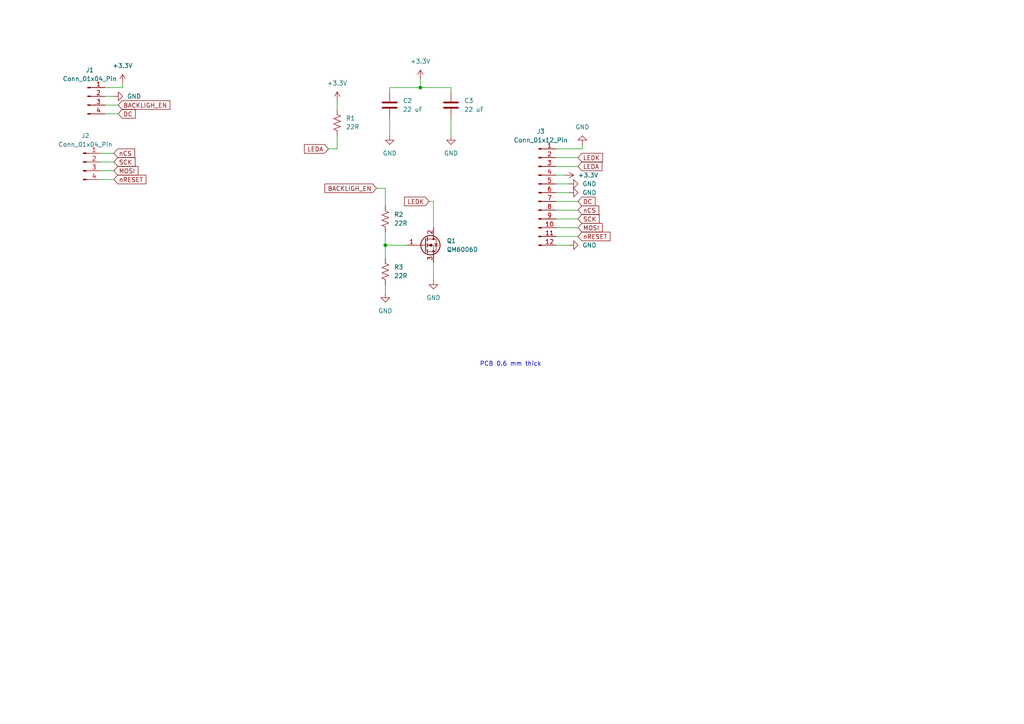
<source format=kicad_sch>
(kicad_sch (version 20250114) (generator "eeschema") (generator_version "9.0")
  (paper "A4")
  (lib_symbols
    (symbol "Connector:Conn_01x04_Pin" (pin_names (offset 1.016) (hide yes))
      (property "Reference" "J" (at 0 5.08 0))
      (property "Value" "Conn_01x04_Pin" (at 0 -7.62 0))
      (symbol "Conn_01x04_Pin_1_1"
        (rectangle (start 0.8636 2.667) (end 0 2.413) (stroke (width 0.1524)) (fill (type outline)))
        (rectangle (start 0.8636 0.127) (end 0 -0.127) (stroke (width 0.1524)) (fill (type outline)))
        (rectangle (start 0.8636 -2.413) (end 0 -2.667) (stroke (width 0.1524)) (fill (type outline)))
        (rectangle (start 0.8636 -4.953) (end 0 -5.207) (stroke (width 0.1524)) (fill (type outline)))
        (polyline (pts (xy 1.27 2.54) (xy 0.8636 2.54)) (stroke (width 0.1524)))
        (polyline (pts (xy 1.27 0) (xy 0.8636 0)) (stroke (width 0.1524)))
        (polyline (pts (xy 1.27 -2.54) (xy 0.8636 -2.54)) (stroke (width 0.1524)))
        (polyline (pts (xy 1.27 -5.08) (xy 0.8636 -5.08)) (stroke (width 0.1524)))
        (pin passive line (at 5.08 2.54 180) (length 3.81) (name "Pin_1") (number "1"))
        (pin passive line (at 5.08 0 180) (length 3.81) (name "Pin_2") (number "2"))
        (pin passive line (at 5.08 -2.54 180) (length 3.81) (name "Pin_3") (number "3"))
        (pin passive line (at 5.08 -5.08 180) (length 3.81) (name "Pin_4") (number "4"))
      )
    )
    (symbol "Connector:Conn_01x12_Pin" (pin_names (offset 1.016) (hide yes))
      (property "Reference" "J" (at 0 15.24 0))
      (property "Value" "Conn_01x12_Pin" (at 0 -17.78 0))
      (symbol "Conn_01x12_Pin_1_1"
        (rectangle (start 0.8636 12.827) (end 0 12.573) (stroke (width 0.1524)) (fill (type outline)))
        (rectangle (start 0.8636 10.287) (end 0 10.033) (stroke (width 0.1524)) (fill (type outline)))
        (rectangle (start 0.8636 7.747) (end 0 7.493) (stroke (width 0.1524)) (fill (type outline)))
        (rectangle (start 0.8636 5.207) (end 0 4.953) (stroke (width 0.1524)) (fill (type outline)))
        (rectangle (start 0.8636 2.667) (end 0 2.413) (stroke (width 0.1524)) (fill (type outline)))
        (rectangle (start 0.8636 0.127) (end 0 -0.127) (stroke (width 0.1524)) (fill (type outline)))
        (rectangle (start 0.8636 -2.413) (end 0 -2.667) (stroke (width 0.1524)) (fill (type outline)))
        (rectangle (start 0.8636 -4.953) (end 0 -5.207) (stroke (width 0.1524)) (fill (type outline)))
        (rectangle (start 0.8636 -7.493) (end 0 -7.747) (stroke (width 0.1524)) (fill (type outline)))
        (rectangle (start 0.8636 -10.033) (end 0 -10.287) (stroke (width 0.1524)) (fill (type outline)))
        (rectangle (start 0.8636 -12.573) (end 0 -12.827) (stroke (width 0.1524)) (fill (type outline)))
        (rectangle (start 0.8636 -15.113) (end 0 -15.367) (stroke (width 0.1524)) (fill (type outline)))
        (polyline (pts (xy 1.27 12.7) (xy 0.8636 12.7)) (stroke (width 0.1524)))
        (polyline (pts (xy 1.27 10.16) (xy 0.8636 10.16)) (stroke (width 0.1524)))
        (polyline (pts (xy 1.27 7.62) (xy 0.8636 7.62)) (stroke (width 0.1524)))
        (polyline (pts (xy 1.27 5.08) (xy 0.8636 5.08)) (stroke (width 0.1524)))
        (polyline (pts (xy 1.27 2.54) (xy 0.8636 2.54)) (stroke (width 0.1524)))
        (polyline (pts (xy 1.27 0) (xy 0.8636 0)) (stroke (width 0.1524)))
        (polyline (pts (xy 1.27 -2.54) (xy 0.8636 -2.54)) (stroke (width 0.1524)))
        (polyline (pts (xy 1.27 -5.08) (xy 0.8636 -5.08)) (stroke (width 0.1524)))
        (polyline (pts (xy 1.27 -7.62) (xy 0.8636 -7.62)) (stroke (width 0.1524)))
        (polyline (pts (xy 1.27 -10.16) (xy 0.8636 -10.16)) (stroke (width 0.1524)))
        (polyline (pts (xy 1.27 -12.7) (xy 0.8636 -12.7)) (stroke (width 0.1524)))
        (polyline (pts (xy 1.27 -15.24) (xy 0.8636 -15.24)) (stroke (width 0.1524)))
        (pin passive line (at 5.08 12.7 180) (length 3.81) (name "Pin_1") (number "1"))
        (pin passive line (at 5.08 10.16 180) (length 3.81) (name "Pin_2") (number "2"))
        (pin passive line (at 5.08 7.62 180) (length 3.81) (name "Pin_3") (number "3"))
        (pin passive line (at 5.08 5.08 180) (length 3.81) (name "Pin_4") (number "4"))
        (pin passive line (at 5.08 2.54 180) (length 3.81) (name "Pin_5") (number "5"))
        (pin passive line (at 5.08 0 180) (length 3.81) (name "Pin_6") (number "6"))
        (pin passive line (at 5.08 -2.54 180) (length 3.81) (name "Pin_7") (number "7"))
        (pin passive line (at 5.08 -5.08 180) (length 3.81) (name "Pin_8") (number "8"))
        (pin passive line (at 5.08 -7.62 180) (length 3.81) (name "Pin_9") (number "9"))
        (pin passive line (at 5.08 -10.16 180) (length 3.81) (name "Pin_10") (number "10"))
        (pin passive line (at 5.08 -12.7 180) (length 3.81) (name "Pin_11") (number "11"))
        (pin passive line (at 5.08 -15.24 180) (length 3.81) (name "Pin_12") (number "12"))
      )
    )
    (symbol "Device:C" (pin_numbers (hide yes)) (pin_names (offset 0.254))
      (property "Reference" "C" (at 0.635 2.54 0))
      (property "Value" "C" (at 0.635 -2.54 0))
      (symbol "C_0_1"
        (polyline (pts (xy -2.032 0.762) (xy 2.032 0.762)) (stroke (width 0.508)))
        (polyline (pts (xy -2.032 -0.762) (xy 2.032 -0.762)) (stroke (width 0.508)))
      )
      (symbol "C_1_1"
        (pin passive line (at 0 3.81 270) (length 2.794) (name "~") (number "1"))
        (pin passive line (at 0 -3.81 90) (length 2.794) (name "~") (number "2"))
      )
    )
    (symbol "Device:R_US" (pin_numbers (hide yes)) (pin_names (offset 0))
      (property "Reference" "R" (at 2.54 0 90))
      (property "Value" "R_US" (at -2.54 0 90))
      (symbol "R_US_0_1"
        (polyline (pts (xy 0 2.286) (xy 0 2.54)))
        (polyline (pts (xy 0 2.286) (xy 1.016 1.905) (xy 0 1.524) (xy -1.016 1.143) (xy 0 0.762)))
        (polyline (pts (xy 0 0.762) (xy 1.016 0.381) (xy 0 0) (xy -1.016 -0.381) (xy 0 -0.762)))
        (polyline (pts (xy 0 -0.762) (xy 1.016 -1.143) (xy 0 -1.524) (xy -1.016 -1.905) (xy 0 -2.286)))
        (polyline (pts (xy 0 -2.286) (xy 0 -2.54)))
      )
      (symbol "R_US_1_1"
        (pin passive line (at 0 3.81 270) (length 1.27) (name "~") (number "1"))
        (pin passive line (at 0 -3.81 90) (length 1.27) (name "~") (number "2"))
      )
    )
    (symbol "Transistor_FET:QM6006D" (pin_names (hide yes))
      (property "Reference" "Q" (at 5.08 1.905 0))
      (property "Value" "QM6006D" (at 5.08 0 0))
      (symbol "QM6006D_0_1"
        (polyline (pts (xy 0.254 1.905) (xy 0.254 -1.905)) (stroke (width 0.254)))
        (polyline (pts (xy 0.254 0) (xy -2.54 0)))
        (polyline (pts (xy 0.762 2.286) (xy 0.762 1.27)) (stroke (width 0.254)))
        (polyline (pts (xy 0.762 0.508) (xy 0.762 -0.508)) (stroke (width 0.254)))
        (polyline (pts (xy 0.762 -1.27) (xy 0.762 -2.286)) (stroke (width 0.254)))
        (polyline (pts (xy 0.762 -1.778) (xy 3.302 -1.778) (xy 3.302 1.778) (xy 0.762 1.778)))
        (polyline (pts (xy 1.016 0) (xy 2.032 0.381) (xy 2.032 -0.381) (xy 1.016 0)) (fill (type outline)))
        (circle (center 1.651 0) (radius 2.794) (stroke (width 0.254)))
        (polyline (pts (xy 2.54 2.54) (xy 2.54 1.778)))
        (circle (center 2.54 1.778) (radius 0.254) (fill (type outline)))
        (circle (center 2.54 -1.778) (radius 0.254) (fill (type outline)))
        (polyline (pts (xy 2.54 -2.54) (xy 2.54 0) (xy 0.762 0)))
        (polyline (pts (xy 2.794 0.508) (xy 2.921 0.381) (xy 3.683 0.381) (xy 3.81 0.254)))
        (polyline (pts (xy 3.302 0.381) (xy 2.921 -0.254) (xy 3.683 -0.254) (xy 3.302 0.381)))
      )
      (symbol "QM6006D_1_1"
        (pin input line (at -5.08 0 0) (length 2.54) (name "G") (number "1"))
        (pin passive line (at 2.54 5.08 270) (length 2.54) (name "D") (number "2"))
        (pin passive line (at 2.54 -5.08 90) (length 2.54) (name "S") (number "3"))
      )
    )
    (symbol "power:+3.3V" (power) (pin_numbers (hide yes)) (pin_names (offset 0) (hide yes))
      (property "Value" "+3.3V" (at 0 3.556 0))
      (symbol "+3.3V_0_1"
        (polyline (pts (xy -0.762 1.27) (xy 0 2.54)))
        (polyline (pts (xy 0 2.54) (xy 0.762 1.27)))
        (polyline (pts (xy 0 0) (xy 0 2.54)))
      )
      (symbol "+3.3V_1_1"
        (pin power_in line (at 0 0 90) (length 0) (name "~") (number "1"))
      )
    )
    (symbol "power:GND" (power) (pin_numbers (hide yes)) (pin_names (offset 0) (hide yes))
      (property "Value" "GND" (at 0 -3.81 0))
      (symbol "GND_0_1"
        (polyline (pts (xy 0 0) (xy 0 -1.27) (xy 1.27 -1.27) (xy 0 -2.54) (xy -1.27 -1.27) (xy 0 -1.27)))
      )
      (symbol "GND_1_1"
        (pin power_in line (at 0 0 270) (length 0) (name "~") (number "1"))
      )
    )
  )
  (text "PCB 0.6 mm thick\n" (at 148.082 105.664 0) (effects (font (size 1.27 1.27))))
  (junction (at 111.76 71.12))
  (junction (at 121.92 25.4))
  (wire (pts (xy 161.29 53.34) (xy 165.1 53.34)))
  (wire (pts (xy 121.92 22.86) (xy 121.92 25.4)))
  (wire (pts (xy 35.56 25.4) (xy 35.56 24.13)))
  (wire (pts (xy 29.21 44.45) (xy 33.02 44.45)))
  (wire (pts (xy 113.03 26.67) (xy 113.03 25.4)))
  (wire (pts (xy 111.76 67.31) (xy 111.76 71.12)))
  (wire (pts (xy 30.48 27.94) (xy 33.02 27.94)))
  (wire (pts (xy 161.29 71.12) (xy 165.1 71.12)))
  (wire (pts (xy 29.21 52.07) (xy 33.02 52.07)))
  (wire (pts (xy 111.76 71.12) (xy 111.76 74.93)))
  (wire (pts (xy 168.91 43.18) (xy 168.91 41.91)))
  (wire (pts (xy 95.25 43.18) (xy 97.79 43.18)))
  (wire (pts (xy 161.29 48.26) (xy 167.64 48.26)))
  (wire (pts (xy 161.29 68.58) (xy 167.64 68.58)))
  (wire (pts (xy 161.29 63.5) (xy 167.64 63.5)))
  (wire (pts (xy 125.73 66.04) (xy 125.73 58.42)))
  (wire (pts (xy 111.76 82.55) (xy 111.76 85.09)))
  (wire (pts (xy 109.22 54.61) (xy 111.76 54.61)))
  (wire (pts (xy 121.92 25.4) (xy 130.81 25.4)))
  (wire (pts (xy 161.29 60.96) (xy 167.64 60.96)))
  (wire (pts (xy 30.48 25.4) (xy 35.56 25.4)))
  (wire (pts (xy 30.48 30.48) (xy 34.29 30.48)))
  (wire (pts (xy 130.81 34.29) (xy 130.81 39.37)))
  (wire (pts (xy 130.81 25.4) (xy 130.81 26.67)))
  (wire (pts (xy 161.29 50.8) (xy 163.83 50.8)))
  (wire (pts (xy 161.29 45.72) (xy 167.64 45.72)))
  (wire (pts (xy 125.73 76.2) (xy 125.73 81.28)))
  (wire (pts (xy 97.79 43.18) (xy 97.79 39.37)))
  (wire (pts (xy 29.21 46.99) (xy 33.02 46.99)))
  (wire (pts (xy 111.76 71.12) (xy 118.11 71.12)))
  (wire (pts (xy 97.79 29.21) (xy 97.79 31.75)))
  (wire (pts (xy 161.29 66.04) (xy 167.64 66.04)))
  (wire (pts (xy 111.76 54.61) (xy 111.76 59.69)))
  (wire (pts (xy 125.73 58.42) (xy 124.46 58.42)))
  (wire (pts (xy 113.03 25.4) (xy 121.92 25.4)))
  (wire (pts (xy 161.29 43.18) (xy 168.91 43.18)))
  (wire (pts (xy 161.29 55.88) (xy 165.1 55.88)))
  (wire (pts (xy 113.03 34.29) (xy 113.03 39.37)))
  (wire (pts (xy 161.29 58.42) (xy 167.64 58.42)))
  (wire (pts (xy 29.21 49.53) (xy 33.02 49.53)))
  (wire (pts (xy 30.48 33.02) (xy 34.29 33.02)))
  (global_label "LEDK" (shape input) (at 124.46 58.42 180) (property "Intersheetrefs" "${INTERSHEET_REFS}" (effects (hide yes))))
  (global_label "SCK" (shape input) (at 167.64 63.5 0) (property "Intersheetrefs" "${INTERSHEET_REFS}" (effects (hide yes))))
  (global_label "nCS" (shape input) (at 167.64 60.96 0) (property "Intersheetrefs" "${INTERSHEET_REFS}" (effects (hide yes))))
  (global_label "nCS" (shape input) (at 33.02 44.45 0) (property "Intersheetrefs" "${INTERSHEET_REFS}" (effects (hide yes))))
  (global_label "BACKLIGH_EN" (shape input) (at 109.22 54.61 180) (property "Intersheetrefs" "${INTERSHEET_REFS}" (effects (hide yes))))
  (global_label "LEDK" (shape input) (at 167.64 45.72 0) (property "Intersheetrefs" "${INTERSHEET_REFS}" (effects (hide yes))))
  (global_label "BACKLIGH_EN" (shape input) (at 34.29 30.48 0) (property "Intersheetrefs" "${INTERSHEET_REFS}" (effects (hide yes))))
  (global_label "SCK" (shape input) (at 33.02 46.99 0) (property "Intersheetrefs" "${INTERSHEET_REFS}" (effects (hide yes))))
  (global_label "nRESET" (shape input) (at 33.02 52.07 0) (property "Intersheetrefs" "${INTERSHEET_REFS}" (effects (hide yes))))
  (global_label "MOSI" (shape input) (at 33.02 49.53 0) (property "Intersheetrefs" "${INTERSHEET_REFS}" (effects (hide yes))))
  (global_label "DC" (shape input) (at 167.64 58.42 0) (property "Intersheetrefs" "${INTERSHEET_REFS}" (effects (hide yes))))
  (global_label "MOSI" (shape input) (at 167.64 66.04 0) (property "Intersheetrefs" "${INTERSHEET_REFS}" (effects (hide yes))))
  (global_label "LEDA" (shape input) (at 167.64 48.26 0) (property "Intersheetrefs" "${INTERSHEET_REFS}" (effects (hide yes))))
  (global_label "nRESET" (shape input) (at 167.64 68.58 0) (property "Intersheetrefs" "${INTERSHEET_REFS}" (effects (hide yes))))
  (global_label "LEDA" (shape input) (at 95.25 43.18 180) (property "Intersheetrefs" "${INTERSHEET_REFS}" (effects (hide yes))))
  (global_label "DC" (shape input) (at 34.29 33.02 0) (property "Intersheetrefs" "${INTERSHEET_REFS}" (effects (hide yes))))
  (symbol (lib_id "power:GND") (at 168.91 41.91 180) (unit 1)
    (property "Reference" "#PWR07" (effects (hide yes)))
    (property "Value" "GND" (at 168.91 36.83 0))
    (property "Description" "Power symbol creates a global label with name \"GND\" , ground" (effects (hide yes)))
  )
  (symbol (lib_id "Device:R_US") (at 111.76 78.74 0) (unit 1)
    (property "Reference" "R3" (at 114.3 77.4699 0) (effects (justify left)))
    (property "Value" "22R" (at 114.3 80.0099 0) (effects (justify left)))
    (property "Footprint" "Resistor_SMD:R_0201_0603Metric_Pad0.64x0.40mm_HandSolder" (effects (hide yes)))
    (property "Description" "Resistor, US symbol" (effects (hide yes)))
  )
  (symbol (lib_id "power:+3.3V") (at 97.79 29.21 0) (unit 1)
    (property "Reference" "#PWR05" (effects (hide yes)))
    (property "Value" "+3.3V" (at 97.79 24.13 0))
    (property "Description" "Power symbol creates a global label with name \"+3.3V\"" (effects (hide yes)))
  )
  (symbol (lib_id "power:GND") (at 165.1 55.88 90) (unit 1)
    (property "Reference" "#PWR09" (effects (hide yes)))
    (property "Value" "GND" (at 168.91 55.8799 90) (effects (justify right)))
    (property "Description" "Power symbol creates a global label with name \"GND\" , ground" (effects (hide yes)))
  )
  (symbol (lib_id "power:GND") (at 111.76 85.09 0) (unit 1)
    (property "Reference" "#PWR06" (effects (hide yes)))
    (property "Value" "GND" (at 111.76 90.17 0))
    (property "Description" "Power symbol creates a global label with name \"GND\" , ground" (effects (hide yes)))
  )
  (symbol (lib_id "Connector:Conn_01x04_Pin") (at 25.4 27.94 0) (unit 1)
    (property "Reference" "J1" (at 26.035 20.32 0))
    (property "Value" "Conn_01x04_Pin" (at 26.035 22.86 0))
    (property "Footprint" "Connector_PinHeader_1.27mm:PinHeader_1x04_P1.27mm_Vertical" (effects (hide yes)))
    (property "Description" "Generic connector, single row, 01x04, script generated" (effects (hide yes)))
  )
  (symbol (lib_id "power:GND") (at 165.1 53.34 90) (unit 1)
    (property "Reference" "#PWR08" (effects (hide yes)))
    (property "Value" "GND" (at 168.91 53.3399 90) (effects (justify right)))
    (property "Description" "Power symbol creates a global label with name \"GND\" , ground" (effects (hide yes)))
  )
  (symbol (lib_id "power:+3.3V") (at 163.83 50.8 270) (unit 1)
    (property "Reference" "#PWR011" (effects (hide yes)))
    (property "Value" "+3.3V" (at 167.64 50.7999 90) (effects (justify left)))
    (property "Description" "Power symbol creates a global label with name \"+3.3V\"" (effects (hide yes)))
  )
  (symbol (lib_id "power:GND") (at 130.81 39.37 0) (unit 1)
    (property "Reference" "#PWR04" (effects (hide yes)))
    (property "Value" "GND" (at 130.81 44.45 0))
    (property "Description" "Power symbol creates a global label with name \"GND\" , ground" (effects (hide yes)))
  )
  (symbol (lib_id "Device:R_US") (at 97.79 35.56 0) (unit 1)
    (property "Reference" "R1" (at 100.33 34.2899 0) (effects (justify left)))
    (property "Value" "22R" (at 100.33 36.8299 0) (effects (justify left)))
    (property "Footprint" "Resistor_SMD:R_0201_0603Metric_Pad0.64x0.40mm_HandSolder" (effects (hide yes)))
    (property "Description" "Resistor, US symbol" (effects (hide yes)))
  )
  (symbol (lib_id "Connector:Conn_01x12_Pin") (at 156.21 55.88 0) (unit 1)
    (property "Reference" "J3" (at 156.845 38.1 0))
    (property "Value" "Conn_01x12_Pin" (at 156.845 40.64 0))
    (property "Footprint" "LCD_GC9A01:GC9A01Round1.28" (effects (hide yes)))
    (property "Description" "Generic connector, single row, 01x12, script generated" (effects (hide yes)))
  )
  (symbol (lib_id "power:GND") (at 165.1 71.12 90) (unit 1)
    (property "Reference" "#PWR010" (effects (hide yes)))
    (property "Value" "GND" (at 168.91 71.1199 90) (effects (justify right)))
    (property "Description" "Power symbol creates a global label with name \"GND\" , ground" (effects (hide yes)))
  )
  (symbol (lib_id "Connector:Conn_01x04_Pin") (at 24.13 46.99 0) (unit 1)
    (property "Reference" "J2" (at 24.765 39.37 0))
    (property "Value" "Conn_01x04_Pin" (at 24.765 41.91 0))
    (property "Footprint" "Connector_PinHeader_1.27mm:PinHeader_1x04_P1.27mm_Vertical" (effects (hide yes)))
    (property "Description" "Generic connector, single row, 01x04, script generated" (effects (hide yes)))
  )
  (symbol (lib_id "power:+3.3V") (at 35.56 24.13 0) (unit 1)
    (property "Reference" "#PWR012" (effects (hide yes)))
    (property "Value" "+3.3V" (at 35.56 19.05 0))
    (property "Description" "Power symbol creates a global label with name \"+3.3V\"" (effects (hide yes)))
  )
  (symbol (lib_id "Transistor_FET:QM6006D") (at 123.19 71.12 0) (unit 1)
    (property "Reference" "Q1" (at 129.54 69.8499 0) (effects (justify left)))
    (property "Value" "QM6006D" (at 129.54 72.3899 0) (effects (justify left)))
    (property "Footprint" "Package_TO_SOT_SMD:TO-252-2" (effects (hide yes)))
    (property "Datasheet" "http://www.jaolen.com/images/pdf/QM6006D.pdf" (effects (hide yes)))
    (property "Description" "35A Id, 60V Vds, N-Channel Power MOSFET, 18mOhm Ron, 19.3nC Qg (typ), TO252" (effects (hide yes)))
  )
  (symbol (lib_id "Device:C") (at 130.81 30.48 0) (unit 1)
    (property "Reference" "C3" (at 134.62 29.2099 0) (effects (justify left)))
    (property "Value" "22 uF" (at 134.62 31.7499 0) (effects (justify left)))
    (property "Footprint" "Capacitor_SMD:C_0201_0603Metric_Pad0.64x0.40mm_HandSolder" (effects (hide yes)))
    (property "Description" "Unpolarized capacitor" (effects (hide yes)))
  )
  (symbol (lib_id "Device:R_US") (at 111.76 63.5 0) (unit 1)
    (property "Reference" "R2" (at 114.3 62.2299 0) (effects (justify left)))
    (property "Value" "22R" (at 114.3 64.7699 0) (effects (justify left)))
    (property "Footprint" "Resistor_SMD:R_0201_0603Metric_Pad0.64x0.40mm_HandSolder" (effects (hide yes)))
    (property "Description" "Resistor, US symbol" (effects (hide yes)))
  )
  (symbol (lib_id "power:GND") (at 125.73 81.28 0) (unit 1)
    (property "Reference" "#PWR02" (effects (hide yes)))
    (property "Value" "GND" (at 125.73 86.36 0))
    (property "Description" "Power symbol creates a global label with name \"GND\" , ground" (effects (hide yes)))
  )
  (symbol (lib_id "power:GND") (at 33.02 27.94 90) (unit 1)
    (property "Reference" "#PWR013" (effects (hide yes)))
    (property "Value" "GND" (at 36.83 27.9399 90) (effects (justify right)))
    (property "Description" "Power symbol creates a global label with name \"GND\" , ground" (effects (hide yes)))
  )
  (symbol (lib_id "Device:C") (at 113.03 30.48 0) (unit 1)
    (property "Reference" "C2" (at 116.84 29.2099 0) (effects (justify left)))
    (property "Value" "22 uF" (at 116.84 31.7499 0) (effects (justify left)))
    (property "Footprint" "Capacitor_SMD:C_0201_0603Metric_Pad0.64x0.40mm_HandSolder" (effects (hide yes)))
    (property "Description" "Unpolarized capacitor" (effects (hide yes)))
  )
  (symbol (lib_id "power:GND") (at 113.03 39.37 0) (unit 1)
    (property "Reference" "#PWR03" (effects (hide yes)))
    (property "Value" "GND" (at 113.03 44.45 0))
    (property "Description" "Power symbol creates a global label with name \"GND\" , ground" (effects (hide yes)))
  )
  (symbol (lib_id "power:+3.3V") (at 121.92 22.86 0) (unit 1)
    (property "Reference" "#PWR01" (effects (hide yes)))
    (property "Value" "+3.3V" (at 121.92 17.78 0))
    (property "Description" "Power symbol creates a global label with name \"+3.3V\"" (effects (hide yes)))
  )
)
</source>
